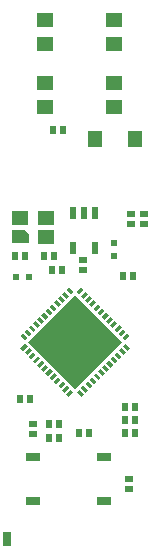
<source format=gtp>
G04 Layer: TopPasteMaskLayer*
G04 EasyEDA v6.3.22, 2019-12-31T17:55:44+09:00*
G04 0184c6d2394b44c9a03417ace044f3ee,67344a67363949849f01d11c0c7cf016,10*
G04 Gerber Generator version 0.2*
G04 Scale: 100 percent, Rotated: No, Reflected: No *
G04 Dimensions in inches *
G04 leading zeros omitted , absolute positions ,2 integer and 4 decimal *
%FSLAX24Y24*%
%MOIN*%
G90*
G70D02*

%ADD15R,0.025000X0.050000*%
%ADD16R,0.025590X0.023620*%
%ADD17R,0.023620X0.025590*%
%ADD18R,0.055118X0.045276*%
%ADD19R,0.051181X0.027559*%
%ADD20R,0.047244X0.055118*%
%ADD21R,0.057087X0.045670*%
%ADD22R,0.021654X0.039370*%
%ADD23R,0.023622X0.019685*%
%ADD24R,0.019685X0.023622*%

%LPD*%
G54D15*
G01X1100Y500D03*
G54D16*
G01X3619Y9796D03*
G01X3619Y9463D03*
G01X5209Y11346D03*
G01X5209Y11013D03*
G54D17*
G01X5369Y4040D03*
G01X5036Y4040D03*
G01X5369Y4469D03*
G01X5036Y4469D03*
G54D16*
G01X5150Y2500D03*
G01X5150Y2165D03*
G54D17*
G01X5367Y4900D03*
G01X5032Y4900D03*
G54D18*
G01X2403Y11215D03*
G36*
G01X1261Y10811D02*
G01X1669Y10811D01*
G01X1812Y10662D01*
G01X1812Y10358D01*
G01X1261Y10358D01*
G01X1261Y10811D01*
G37*
G01X1536Y11215D03*
G01X2403Y10584D03*
G54D19*
G01X1968Y3228D03*
G01X4331Y3228D03*
G01X1968Y1771D03*
G01X4331Y1771D03*
G54D17*
G01X2954Y14150D03*
G01X2620Y14150D03*
G54D20*
G01X4030Y13850D03*
G01X5369Y13850D03*
G54D17*
G01X1536Y5180D03*
G01X1869Y5180D03*
G54D21*
G01X2350Y14900D03*
G01X2350Y15700D03*
G01X4650Y17000D03*
G01X4650Y17800D03*
G01X2350Y17000D03*
G01X2350Y17800D03*
G01X4650Y14900D03*
G01X4650Y15700D03*
G54D22*
G01X4034Y10189D03*
G01X3286Y10189D03*
G01X3286Y11370D03*
G01X3659Y11370D03*
G01X4034Y11370D03*
G54D17*
G01X5290Y9259D03*
G01X4955Y9259D03*
G01X2313Y9950D03*
G01X2646Y9950D03*
G01X1696Y9950D03*
G01X1363Y9950D03*
G54D23*
G01X1373Y9230D03*
G01X1806Y9230D03*
G54D24*
G01X4659Y10366D03*
G01X4659Y9933D03*
G54D17*
G01X2582Y9469D03*
G01X2917Y9469D03*
G54D16*
G01X5650Y11013D03*
G01X5650Y11346D03*
G01X1969Y4340D03*
G01X1969Y4005D03*
G54D17*
G01X2809Y3880D03*
G01X2476Y3880D03*
G01X2809Y4340D03*
G01X2476Y4340D03*
G01X3480Y4050D03*
G01X3813Y4050D03*
G36*
G01X3067Y8809D02*
G01X3151Y8893D01*
G01X3304Y8740D01*
G01X3220Y8656D01*
G01X3067Y8809D01*
G37*
G36*
G01X2928Y8670D02*
G01X3012Y8754D01*
G01X3165Y8601D01*
G01X3081Y8517D01*
G01X2928Y8670D01*
G37*
G36*
G01X2789Y8531D02*
G01X2872Y8615D01*
G01X3025Y8461D01*
G01X2942Y8378D01*
G01X2789Y8531D01*
G37*
G36*
G01X2650Y8392D02*
G01X2733Y8475D01*
G01X2886Y8322D01*
G01X2803Y8239D01*
G01X2650Y8392D01*
G37*
G36*
G01X2510Y8253D02*
G01X2594Y8336D01*
G01X2747Y8183D01*
G01X2664Y8100D01*
G01X2510Y8253D01*
G37*
G36*
G01X2371Y8113D02*
G01X2455Y8197D01*
G01X2608Y8044D01*
G01X2524Y7960D01*
G01X2371Y8113D01*
G37*
G36*
G01X2232Y7974D02*
G01X2316Y8058D01*
G01X2469Y7905D01*
G01X2385Y7821D01*
G01X2232Y7974D01*
G37*
G36*
G01X2093Y7835D02*
G01X2176Y7919D01*
G01X2329Y7765D01*
G01X2246Y7682D01*
G01X2093Y7835D01*
G37*
G36*
G01X1954Y7696D02*
G01X2037Y7779D01*
G01X2190Y7626D01*
G01X2107Y7543D01*
G01X1954Y7696D01*
G37*
G36*
G01X1814Y7557D02*
G01X1898Y7640D01*
G01X2051Y7487D01*
G01X1968Y7404D01*
G01X1814Y7557D01*
G37*
G36*
G01X1675Y7417D02*
G01X1759Y7501D01*
G01X1912Y7348D01*
G01X1828Y7264D01*
G01X1675Y7417D01*
G37*
G36*
G01X1536Y7278D02*
G01X1620Y7362D01*
G01X1773Y7209D01*
G01X1689Y7125D01*
G01X1536Y7278D01*
G37*
G36*
G01X1689Y7014D02*
G01X1773Y6930D01*
G01X1620Y6777D01*
G01X1536Y6861D01*
G01X1689Y7014D01*
G37*
G36*
G01X1828Y6875D02*
G01X1912Y6791D01*
G01X1759Y6638D01*
G01X1675Y6722D01*
G01X1828Y6875D01*
G37*
G36*
G01X1968Y6735D02*
G01X2051Y6652D01*
G01X1898Y6499D01*
G01X1814Y6582D01*
G01X1968Y6735D01*
G37*
G36*
G01X2107Y6596D02*
G01X2190Y6513D01*
G01X2037Y6360D01*
G01X1954Y6443D01*
G01X2107Y6596D01*
G37*
G36*
G01X2246Y6457D02*
G01X2329Y6374D01*
G01X2176Y6220D01*
G01X2093Y6304D01*
G01X2246Y6457D01*
G37*
G36*
G01X2385Y6318D02*
G01X2469Y6234D01*
G01X2316Y6081D01*
G01X2232Y6165D01*
G01X2385Y6318D01*
G37*
G36*
G01X2524Y6179D02*
G01X2608Y6095D01*
G01X2455Y5942D01*
G01X2371Y6026D01*
G01X2524Y6179D01*
G37*
G36*
G01X2664Y6039D02*
G01X2747Y5956D01*
G01X2594Y5803D01*
G01X2510Y5886D01*
G01X2664Y6039D01*
G37*
G36*
G01X2803Y5900D02*
G01X2886Y5817D01*
G01X2733Y5664D01*
G01X2650Y5747D01*
G01X2803Y5900D01*
G37*
G36*
G01X2942Y5761D02*
G01X3025Y5678D01*
G01X2872Y5524D01*
G01X2789Y5608D01*
G01X2942Y5761D01*
G37*
G36*
G01X3081Y5622D02*
G01X3165Y5538D01*
G01X3012Y5385D01*
G01X2928Y5469D01*
G01X3081Y5622D01*
G37*
G36*
G01X3220Y5483D02*
G01X3304Y5399D01*
G01X3151Y5246D01*
G01X3067Y5330D01*
G01X3220Y5483D01*
G37*
G36*
G01X3415Y5399D02*
G01X3499Y5483D01*
G01X3652Y5330D01*
G01X3568Y5246D01*
G01X3415Y5399D01*
G37*
G36*
G01X3554Y5538D02*
G01X3638Y5622D01*
G01X3791Y5469D01*
G01X3707Y5385D01*
G01X3554Y5538D01*
G37*
G36*
G01X3694Y5678D02*
G01X3777Y5761D01*
G01X3930Y5608D01*
G01X3847Y5524D01*
G01X3694Y5678D01*
G37*
G36*
G01X3833Y5817D02*
G01X3916Y5900D01*
G01X4069Y5747D01*
G01X3986Y5664D01*
G01X3833Y5817D01*
G37*
G36*
G01X3972Y5956D02*
G01X4055Y6039D01*
G01X4209Y5886D01*
G01X4125Y5803D01*
G01X3972Y5956D01*
G37*
G36*
G01X4111Y6095D02*
G01X4195Y6179D01*
G01X4348Y6026D01*
G01X4264Y5942D01*
G01X4111Y6095D01*
G37*
G36*
G01X4250Y6234D02*
G01X4334Y6318D01*
G01X4487Y6165D01*
G01X4403Y6081D01*
G01X4250Y6234D01*
G37*
G36*
G01X4390Y6374D02*
G01X4473Y6457D01*
G01X4626Y6304D01*
G01X4543Y6220D01*
G01X4390Y6374D01*
G37*
G36*
G01X4529Y6513D02*
G01X4612Y6596D01*
G01X4765Y6443D01*
G01X4682Y6360D01*
G01X4529Y6513D01*
G37*
G36*
G01X4668Y6652D02*
G01X4751Y6735D01*
G01X4905Y6582D01*
G01X4821Y6499D01*
G01X4668Y6652D01*
G37*
G36*
G01X4807Y6791D02*
G01X4891Y6875D01*
G01X5044Y6722D01*
G01X4960Y6638D01*
G01X4807Y6791D01*
G37*
G36*
G01X4946Y6930D02*
G01X5030Y7014D01*
G01X5183Y6861D01*
G01X5099Y6777D01*
G01X4946Y6930D01*
G37*
G36*
G01X5099Y7362D02*
G01X5183Y7278D01*
G01X5030Y7125D01*
G01X4946Y7209D01*
G01X5099Y7362D01*
G37*
G36*
G01X4960Y7501D02*
G01X5044Y7417D01*
G01X4891Y7264D01*
G01X4807Y7348D01*
G01X4960Y7501D01*
G37*
G36*
G01X4821Y7640D02*
G01X4905Y7557D01*
G01X4751Y7404D01*
G01X4668Y7487D01*
G01X4821Y7640D01*
G37*
G36*
G01X4682Y7779D02*
G01X4765Y7696D01*
G01X4612Y7543D01*
G01X4529Y7626D01*
G01X4682Y7779D01*
G37*
G36*
G01X4543Y7919D02*
G01X4626Y7835D01*
G01X4473Y7682D01*
G01X4390Y7765D01*
G01X4543Y7919D01*
G37*
G36*
G01X4403Y8058D02*
G01X4487Y7974D01*
G01X4334Y7821D01*
G01X4250Y7905D01*
G01X4403Y8058D01*
G37*
G36*
G01X4264Y8197D02*
G01X4348Y8113D01*
G01X4195Y7960D01*
G01X4111Y8044D01*
G01X4264Y8197D01*
G37*
G36*
G01X4125Y8336D02*
G01X4209Y8253D01*
G01X4055Y8100D01*
G01X3972Y8183D01*
G01X4125Y8336D01*
G37*
G36*
G01X3986Y8475D02*
G01X4069Y8392D01*
G01X3916Y8239D01*
G01X3833Y8322D01*
G01X3986Y8475D01*
G37*
G36*
G01X3847Y8615D02*
G01X3930Y8531D01*
G01X3777Y8378D01*
G01X3694Y8461D01*
G01X3847Y8615D01*
G37*
G36*
G01X3707Y8754D02*
G01X3791Y8670D01*
G01X3638Y8517D01*
G01X3554Y8601D01*
G01X3707Y8754D01*
G37*
G36*
G01X3568Y8893D02*
G01X3652Y8809D01*
G01X3499Y8656D01*
G01X3415Y8740D01*
G01X3568Y8893D01*
G37*
G36*
G01X3359Y8628D02*
G01X4918Y7069D01*
G01X3359Y5511D01*
G01X1801Y7069D01*
G01X3359Y8628D01*
G37*
M00*
M02*

</source>
